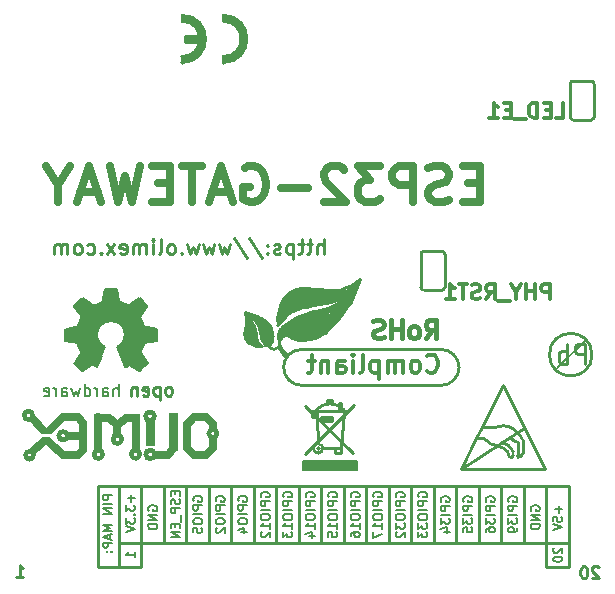
<source format=gbr>
%TF.GenerationSoftware,KiCad,Pcbnew,5.1.0-rc2-unknown-036be7d~80~ubuntu16.04.1*%
%TF.CreationDate,2024-05-15T09:47:00+03:00*%
%TF.ProjectId,ESP32-GATEWAY_Rev_H,45535033-322d-4474-9154-455741595f52,H*%
%TF.SameCoordinates,PX425f360PY7b4bf70*%
%TF.FileFunction,Legend,Bot*%
%TF.FilePolarity,Positive*%
%FSLAX46Y46*%
G04 Gerber Fmt 4.6, Leading zero omitted, Abs format (unit mm)*
G04 Created by KiCad (PCBNEW 5.1.0-rc2-unknown-036be7d~80~ubuntu16.04.1) date 2024-05-15 09:47:00*
%MOMM*%
%LPD*%
G04 APERTURE LIST*
%ADD10C,0.254000*%
%ADD11C,0.190500*%
%ADD12C,0.635000*%
%ADD13C,0.300000*%
%ADD14C,0.400000*%
%ADD15C,0.700000*%
%ADD16C,0.500000*%
%ADD17C,0.100000*%
%ADD18C,0.508000*%
%ADD19C,0.150000*%
%ADD20C,0.127000*%
%ADD21C,0.200000*%
%ADD22C,0.420000*%
%ADD23C,0.370000*%
%ADD24C,0.380000*%
%ADD25C,1.000000*%
%ADD26C,0.317500*%
%ADD27C,0.350000*%
%ADD28C,0.381000*%
%ADD29C,0.180000*%
G04 APERTURE END LIST*
D10*
X50177095Y3634620D02*
X50128714Y3683000D01*
X50031952Y3731381D01*
X49790047Y3731381D01*
X49693285Y3683000D01*
X49644904Y3634620D01*
X49596523Y3537858D01*
X49596523Y3441096D01*
X49644904Y3295953D01*
X50225476Y2715381D01*
X49596523Y2715381D01*
X48967571Y3731381D02*
X48870809Y3731381D01*
X48774047Y3683000D01*
X48725666Y3634620D01*
X48677285Y3537858D01*
X48628904Y3344334D01*
X48628904Y3102429D01*
X48677285Y2908905D01*
X48725666Y2812143D01*
X48774047Y2763762D01*
X48870809Y2715381D01*
X48967571Y2715381D01*
X49064333Y2763762D01*
X49112714Y2812143D01*
X49161095Y2908905D01*
X49209476Y3102429D01*
X49209476Y3344334D01*
X49161095Y3537858D01*
X49112714Y3634620D01*
X49064333Y3683000D01*
X48967571Y3731381D01*
X45720000Y3683000D02*
X45720000Y5715000D01*
X47625000Y5715000D02*
X47625000Y3683000D01*
X7747000Y10541000D02*
X7747000Y3683000D01*
X9525000Y3683000D02*
X9525000Y10541000D01*
X11430000Y5588000D02*
X11430000Y3683000D01*
X9525000Y3683000D02*
X11430000Y3683000D01*
D11*
X46391285Y5279572D02*
X46355000Y5243286D01*
X46318714Y5170715D01*
X46318714Y4989286D01*
X46355000Y4916715D01*
X46391285Y4880429D01*
X46463857Y4844143D01*
X46536428Y4844143D01*
X46645285Y4880429D01*
X47080714Y5315858D01*
X47080714Y4844143D01*
X46318714Y4372429D02*
X46318714Y4299858D01*
X46355000Y4227286D01*
X46391285Y4191000D01*
X46463857Y4154715D01*
X46609000Y4118429D01*
X46790428Y4118429D01*
X46935571Y4154715D01*
X47008142Y4191000D01*
X47044428Y4227286D01*
X47080714Y4299858D01*
X47080714Y4372429D01*
X47044428Y4445000D01*
X47008142Y4481286D01*
X46935571Y4517572D01*
X46790428Y4553858D01*
X46609000Y4553858D01*
X46463857Y4517572D01*
X46391285Y4481286D01*
X46355000Y4445000D01*
X46318714Y4372429D01*
D10*
X47625000Y3683000D02*
X45720000Y3683000D01*
X47625000Y10541000D02*
X47625000Y5715000D01*
X47625000Y10541000D02*
X7747000Y10541000D01*
X47625000Y5715000D02*
X9525000Y5715000D01*
X45720000Y10541000D02*
X45720000Y5715000D01*
X41910000Y10541000D02*
X41910000Y5715000D01*
X40005000Y10541000D02*
X40005000Y5715000D01*
X38100000Y10541000D02*
X38100000Y5715000D01*
X36195000Y10541000D02*
X36195000Y5715000D01*
X34290000Y10541000D02*
X34290000Y5715000D01*
X32385000Y10541000D02*
X32385000Y5715000D01*
X30480000Y10541000D02*
X30480000Y5715000D01*
X28575000Y10541000D02*
X28575000Y5715000D01*
X26670000Y10541000D02*
X26670000Y5715000D01*
X24765000Y10541000D02*
X24765000Y5715000D01*
X22860000Y10541000D02*
X22860000Y5715000D01*
X20955000Y10541000D02*
X20955000Y5715000D01*
X19050000Y10541000D02*
X19050000Y5715000D01*
X17145000Y10541000D02*
X17145000Y5715000D01*
X15240000Y10541000D02*
X15240000Y5715000D01*
X13335000Y10541000D02*
X13335000Y5715000D01*
X11430000Y10414000D02*
X11430000Y5715000D01*
X43815000Y10541000D02*
X43815000Y5715000D01*
X26893761Y30159477D02*
X26893761Y31429477D01*
X26349476Y30159477D02*
X26349476Y30824715D01*
X26409952Y30945667D01*
X26530904Y31006143D01*
X26712333Y31006143D01*
X26833285Y30945667D01*
X26893761Y30885191D01*
X25926142Y31006143D02*
X25442333Y31006143D01*
X25744714Y31429477D02*
X25744714Y30340905D01*
X25684238Y30219953D01*
X25563285Y30159477D01*
X25442333Y30159477D01*
X25200428Y31006143D02*
X24716619Y31006143D01*
X25019000Y31429477D02*
X25019000Y30340905D01*
X24958523Y30219953D01*
X24837571Y30159477D01*
X24716619Y30159477D01*
X24293285Y31006143D02*
X24293285Y29736143D01*
X24293285Y30945667D02*
X24172333Y31006143D01*
X23930428Y31006143D01*
X23809476Y30945667D01*
X23749000Y30885191D01*
X23688523Y30764239D01*
X23688523Y30401381D01*
X23749000Y30280429D01*
X23809476Y30219953D01*
X23930428Y30159477D01*
X24172333Y30159477D01*
X24293285Y30219953D01*
X23204714Y30219953D02*
X23083761Y30159477D01*
X22841857Y30159477D01*
X22720904Y30219953D01*
X22660428Y30340905D01*
X22660428Y30401381D01*
X22720904Y30522334D01*
X22841857Y30582810D01*
X23023285Y30582810D01*
X23144238Y30643286D01*
X23204714Y30764239D01*
X23204714Y30824715D01*
X23144238Y30945667D01*
X23023285Y31006143D01*
X22841857Y31006143D01*
X22720904Y30945667D01*
X22116142Y30280429D02*
X22055666Y30219953D01*
X22116142Y30159477D01*
X22176619Y30219953D01*
X22116142Y30280429D01*
X22116142Y30159477D01*
X22116142Y30945667D02*
X22055666Y30885191D01*
X22116142Y30824715D01*
X22176619Y30885191D01*
X22116142Y30945667D01*
X22116142Y30824715D01*
X20604238Y31489953D02*
X21692809Y29857096D01*
X19273761Y31489953D02*
X20362333Y29857096D01*
X18971380Y31006143D02*
X18729476Y30159477D01*
X18487571Y30764239D01*
X18245666Y30159477D01*
X18003761Y31006143D01*
X17640904Y31006143D02*
X17399000Y30159477D01*
X17157095Y30764239D01*
X16915190Y30159477D01*
X16673285Y31006143D01*
X16310428Y31006143D02*
X16068523Y30159477D01*
X15826619Y30764239D01*
X15584714Y30159477D01*
X15342809Y31006143D01*
X14859000Y30280429D02*
X14798523Y30219953D01*
X14859000Y30159477D01*
X14919476Y30219953D01*
X14859000Y30280429D01*
X14859000Y30159477D01*
X14072809Y30159477D02*
X14193761Y30219953D01*
X14254238Y30280429D01*
X14314714Y30401381D01*
X14314714Y30764239D01*
X14254238Y30885191D01*
X14193761Y30945667D01*
X14072809Y31006143D01*
X13891380Y31006143D01*
X13770428Y30945667D01*
X13709952Y30885191D01*
X13649476Y30764239D01*
X13649476Y30401381D01*
X13709952Y30280429D01*
X13770428Y30219953D01*
X13891380Y30159477D01*
X14072809Y30159477D01*
X12923761Y30159477D02*
X13044714Y30219953D01*
X13105190Y30340905D01*
X13105190Y31429477D01*
X12439952Y30159477D02*
X12439952Y31006143D01*
X12439952Y31429477D02*
X12500428Y31369000D01*
X12439952Y31308524D01*
X12379476Y31369000D01*
X12439952Y31429477D01*
X12439952Y31308524D01*
X11835190Y30159477D02*
X11835190Y31006143D01*
X11835190Y30885191D02*
X11774714Y30945667D01*
X11653761Y31006143D01*
X11472333Y31006143D01*
X11351380Y30945667D01*
X11290904Y30824715D01*
X11290904Y30159477D01*
X11290904Y30824715D02*
X11230428Y30945667D01*
X11109476Y31006143D01*
X10928047Y31006143D01*
X10807095Y30945667D01*
X10746619Y30824715D01*
X10746619Y30159477D01*
X9658047Y30219953D02*
X9779000Y30159477D01*
X10020904Y30159477D01*
X10141857Y30219953D01*
X10202333Y30340905D01*
X10202333Y30824715D01*
X10141857Y30945667D01*
X10020904Y31006143D01*
X9779000Y31006143D01*
X9658047Y30945667D01*
X9597571Y30824715D01*
X9597571Y30703762D01*
X10202333Y30582810D01*
X9174238Y30159477D02*
X8509000Y31006143D01*
X9174238Y31006143D02*
X8509000Y30159477D01*
X8025190Y30280429D02*
X7964714Y30219953D01*
X8025190Y30159477D01*
X8085666Y30219953D01*
X8025190Y30280429D01*
X8025190Y30159477D01*
X6876142Y30219953D02*
X6997095Y30159477D01*
X7239000Y30159477D01*
X7359952Y30219953D01*
X7420428Y30280429D01*
X7480904Y30401381D01*
X7480904Y30764239D01*
X7420428Y30885191D01*
X7359952Y30945667D01*
X7239000Y31006143D01*
X6997095Y31006143D01*
X6876142Y30945667D01*
X6150428Y30159477D02*
X6271380Y30219953D01*
X6331857Y30280429D01*
X6392333Y30401381D01*
X6392333Y30764239D01*
X6331857Y30885191D01*
X6271380Y30945667D01*
X6150428Y31006143D01*
X5969000Y31006143D01*
X5848047Y30945667D01*
X5787571Y30885191D01*
X5727095Y30764239D01*
X5727095Y30401381D01*
X5787571Y30280429D01*
X5848047Y30219953D01*
X5969000Y30159477D01*
X6150428Y30159477D01*
X5182809Y30159477D02*
X5182809Y31006143D01*
X5182809Y30885191D02*
X5122333Y30945667D01*
X5001380Y31006143D01*
X4819952Y31006143D01*
X4699000Y30945667D01*
X4638523Y30824715D01*
X4638523Y30159477D01*
X4638523Y30824715D02*
X4578047Y30945667D01*
X4457095Y31006143D01*
X4275666Y31006143D01*
X4154714Y30945667D01*
X4094238Y30824715D01*
X4094238Y30159477D01*
X852714Y2842381D02*
X1433285Y2842381D01*
X1143000Y2842381D02*
X1143000Y3858381D01*
X1239761Y3713239D01*
X1336523Y3616477D01*
X1433285Y3568096D01*
D12*
X40113857Y36158715D02*
X39097857Y36158715D01*
X38662428Y34562143D02*
X40113857Y34562143D01*
X40113857Y37610143D01*
X38662428Y37610143D01*
X37501285Y34707286D02*
X37065857Y34562143D01*
X36340142Y34562143D01*
X36049857Y34707286D01*
X35904714Y34852429D01*
X35759571Y35142715D01*
X35759571Y35433000D01*
X35904714Y35723286D01*
X36049857Y35868429D01*
X36340142Y36013572D01*
X36920714Y36158715D01*
X37211000Y36303858D01*
X37356142Y36449000D01*
X37501285Y36739286D01*
X37501285Y37029572D01*
X37356142Y37319858D01*
X37211000Y37465000D01*
X36920714Y37610143D01*
X36195000Y37610143D01*
X35759571Y37465000D01*
X34453285Y34562143D02*
X34453285Y37610143D01*
X33292142Y37610143D01*
X33001857Y37465000D01*
X32856714Y37319858D01*
X32711571Y37029572D01*
X32711571Y36594143D01*
X32856714Y36303858D01*
X33001857Y36158715D01*
X33292142Y36013572D01*
X34453285Y36013572D01*
X31695571Y37610143D02*
X29808714Y37610143D01*
X30824714Y36449000D01*
X30389285Y36449000D01*
X30099000Y36303858D01*
X29953857Y36158715D01*
X29808714Y35868429D01*
X29808714Y35142715D01*
X29953857Y34852429D01*
X30099000Y34707286D01*
X30389285Y34562143D01*
X31260142Y34562143D01*
X31550428Y34707286D01*
X31695571Y34852429D01*
X28647571Y37319858D02*
X28502428Y37465000D01*
X28212142Y37610143D01*
X27486428Y37610143D01*
X27196142Y37465000D01*
X27051000Y37319858D01*
X26905857Y37029572D01*
X26905857Y36739286D01*
X27051000Y36303858D01*
X28792714Y34562143D01*
X26905857Y34562143D01*
X25599571Y35723286D02*
X23277285Y35723286D01*
X20229285Y37465000D02*
X20519571Y37610143D01*
X20955000Y37610143D01*
X21390428Y37465000D01*
X21680714Y37174715D01*
X21825857Y36884429D01*
X21971000Y36303858D01*
X21971000Y35868429D01*
X21825857Y35287858D01*
X21680714Y34997572D01*
X21390428Y34707286D01*
X20955000Y34562143D01*
X20664714Y34562143D01*
X20229285Y34707286D01*
X20084142Y34852429D01*
X20084142Y35868429D01*
X20664714Y35868429D01*
X18923000Y35433000D02*
X17471571Y35433000D01*
X19213285Y34562143D02*
X18197285Y37610143D01*
X17181285Y34562143D01*
X16600714Y37610143D02*
X14859000Y37610143D01*
X15729857Y34562143D02*
X15729857Y37610143D01*
X13843000Y36158715D02*
X12827000Y36158715D01*
X12391571Y34562143D02*
X13843000Y34562143D01*
X13843000Y37610143D01*
X12391571Y37610143D01*
X11375571Y37610143D02*
X10649857Y34562143D01*
X10069285Y36739286D01*
X9488714Y34562143D01*
X8763000Y37610143D01*
X7747000Y35433000D02*
X6295571Y35433000D01*
X8037285Y34562143D02*
X7021285Y37610143D01*
X6005285Y34562143D01*
X4408714Y36013572D02*
X4408714Y34562143D01*
X5424714Y37610143D02*
X4408714Y36013572D01*
X3392714Y37610143D01*
D11*
X46790428Y8853715D02*
X46790428Y8273143D01*
X47080714Y8563429D02*
X46500142Y8563429D01*
X46318714Y7547429D02*
X46318714Y7910286D01*
X46681571Y7946572D01*
X46645285Y7910286D01*
X46609000Y7837715D01*
X46609000Y7656286D01*
X46645285Y7583715D01*
X46681571Y7547429D01*
X46754142Y7511143D01*
X46935571Y7511143D01*
X47008142Y7547429D01*
X47044428Y7583715D01*
X47080714Y7656286D01*
X47080714Y7837715D01*
X47044428Y7910286D01*
X47008142Y7946572D01*
X46318714Y7293429D02*
X47080714Y7039429D01*
X46318714Y6785429D01*
X42545000Y9216572D02*
X42508714Y9289143D01*
X42508714Y9398000D01*
X42545000Y9506858D01*
X42617571Y9579429D01*
X42690142Y9615715D01*
X42835285Y9652000D01*
X42944142Y9652000D01*
X43089285Y9615715D01*
X43161857Y9579429D01*
X43234428Y9506858D01*
X43270714Y9398000D01*
X43270714Y9325429D01*
X43234428Y9216572D01*
X43198142Y9180286D01*
X42944142Y9180286D01*
X42944142Y9325429D01*
X43270714Y8853715D02*
X42508714Y8853715D01*
X42508714Y8563429D01*
X42545000Y8490858D01*
X42581285Y8454572D01*
X42653857Y8418286D01*
X42762714Y8418286D01*
X42835285Y8454572D01*
X42871571Y8490858D01*
X42907857Y8563429D01*
X42907857Y8853715D01*
X43270714Y8091715D02*
X42508714Y8091715D01*
X42508714Y7801429D02*
X42508714Y7329715D01*
X42799000Y7583715D01*
X42799000Y7474858D01*
X42835285Y7402286D01*
X42871571Y7366000D01*
X42944142Y7329715D01*
X43125571Y7329715D01*
X43198142Y7366000D01*
X43234428Y7402286D01*
X43270714Y7474858D01*
X43270714Y7692572D01*
X43234428Y7765143D01*
X43198142Y7801429D01*
X43270714Y6966858D02*
X43270714Y6821715D01*
X43234428Y6749143D01*
X43198142Y6712858D01*
X43089285Y6640286D01*
X42944142Y6604000D01*
X42653857Y6604000D01*
X42581285Y6640286D01*
X42545000Y6676572D01*
X42508714Y6749143D01*
X42508714Y6894286D01*
X42545000Y6966858D01*
X42581285Y7003143D01*
X42653857Y7039429D01*
X42835285Y7039429D01*
X42907857Y7003143D01*
X42944142Y6966858D01*
X42980428Y6894286D01*
X42980428Y6749143D01*
X42944142Y6676572D01*
X42907857Y6640286D01*
X42835285Y6604000D01*
X44450000Y8454572D02*
X44413714Y8527143D01*
X44413714Y8636000D01*
X44450000Y8744858D01*
X44522571Y8817429D01*
X44595142Y8853715D01*
X44740285Y8890000D01*
X44849142Y8890000D01*
X44994285Y8853715D01*
X45066857Y8817429D01*
X45139428Y8744858D01*
X45175714Y8636000D01*
X45175714Y8563429D01*
X45139428Y8454572D01*
X45103142Y8418286D01*
X44849142Y8418286D01*
X44849142Y8563429D01*
X45175714Y8091715D02*
X44413714Y8091715D01*
X45175714Y7656286D01*
X44413714Y7656286D01*
X45175714Y7293429D02*
X44413714Y7293429D01*
X44413714Y7112000D01*
X44450000Y7003143D01*
X44522571Y6930572D01*
X44595142Y6894286D01*
X44740285Y6858000D01*
X44849142Y6858000D01*
X44994285Y6894286D01*
X45066857Y6930572D01*
X45139428Y7003143D01*
X45175714Y7112000D01*
X45175714Y7293429D01*
X40640000Y9216572D02*
X40603714Y9289143D01*
X40603714Y9398000D01*
X40640000Y9506858D01*
X40712571Y9579429D01*
X40785142Y9615715D01*
X40930285Y9652000D01*
X41039142Y9652000D01*
X41184285Y9615715D01*
X41256857Y9579429D01*
X41329428Y9506858D01*
X41365714Y9398000D01*
X41365714Y9325429D01*
X41329428Y9216572D01*
X41293142Y9180286D01*
X41039142Y9180286D01*
X41039142Y9325429D01*
X41365714Y8853715D02*
X40603714Y8853715D01*
X40603714Y8563429D01*
X40640000Y8490858D01*
X40676285Y8454572D01*
X40748857Y8418286D01*
X40857714Y8418286D01*
X40930285Y8454572D01*
X40966571Y8490858D01*
X41002857Y8563429D01*
X41002857Y8853715D01*
X41365714Y8091715D02*
X40603714Y8091715D01*
X40603714Y7801429D02*
X40603714Y7329715D01*
X40894000Y7583715D01*
X40894000Y7474858D01*
X40930285Y7402286D01*
X40966571Y7366000D01*
X41039142Y7329715D01*
X41220571Y7329715D01*
X41293142Y7366000D01*
X41329428Y7402286D01*
X41365714Y7474858D01*
X41365714Y7692572D01*
X41329428Y7765143D01*
X41293142Y7801429D01*
X40603714Y6676572D02*
X40603714Y6821715D01*
X40640000Y6894286D01*
X40676285Y6930572D01*
X40785142Y7003143D01*
X40930285Y7039429D01*
X41220571Y7039429D01*
X41293142Y7003143D01*
X41329428Y6966858D01*
X41365714Y6894286D01*
X41365714Y6749143D01*
X41329428Y6676572D01*
X41293142Y6640286D01*
X41220571Y6604000D01*
X41039142Y6604000D01*
X40966571Y6640286D01*
X40930285Y6676572D01*
X40894000Y6749143D01*
X40894000Y6894286D01*
X40930285Y6966858D01*
X40966571Y7003143D01*
X41039142Y7039429D01*
X38735000Y9216572D02*
X38698714Y9289143D01*
X38698714Y9398000D01*
X38735000Y9506858D01*
X38807571Y9579429D01*
X38880142Y9615715D01*
X39025285Y9652000D01*
X39134142Y9652000D01*
X39279285Y9615715D01*
X39351857Y9579429D01*
X39424428Y9506858D01*
X39460714Y9398000D01*
X39460714Y9325429D01*
X39424428Y9216572D01*
X39388142Y9180286D01*
X39134142Y9180286D01*
X39134142Y9325429D01*
X39460714Y8853715D02*
X38698714Y8853715D01*
X38698714Y8563429D01*
X38735000Y8490858D01*
X38771285Y8454572D01*
X38843857Y8418286D01*
X38952714Y8418286D01*
X39025285Y8454572D01*
X39061571Y8490858D01*
X39097857Y8563429D01*
X39097857Y8853715D01*
X39460714Y8091715D02*
X38698714Y8091715D01*
X38698714Y7801429D02*
X38698714Y7329715D01*
X38989000Y7583715D01*
X38989000Y7474858D01*
X39025285Y7402286D01*
X39061571Y7366000D01*
X39134142Y7329715D01*
X39315571Y7329715D01*
X39388142Y7366000D01*
X39424428Y7402286D01*
X39460714Y7474858D01*
X39460714Y7692572D01*
X39424428Y7765143D01*
X39388142Y7801429D01*
X38698714Y6640286D02*
X38698714Y7003143D01*
X39061571Y7039429D01*
X39025285Y7003143D01*
X38989000Y6930572D01*
X38989000Y6749143D01*
X39025285Y6676572D01*
X39061571Y6640286D01*
X39134142Y6604000D01*
X39315571Y6604000D01*
X39388142Y6640286D01*
X39424428Y6676572D01*
X39460714Y6749143D01*
X39460714Y6930572D01*
X39424428Y7003143D01*
X39388142Y7039429D01*
X36830000Y9216572D02*
X36793714Y9289143D01*
X36793714Y9398000D01*
X36830000Y9506858D01*
X36902571Y9579429D01*
X36975142Y9615715D01*
X37120285Y9652000D01*
X37229142Y9652000D01*
X37374285Y9615715D01*
X37446857Y9579429D01*
X37519428Y9506858D01*
X37555714Y9398000D01*
X37555714Y9325429D01*
X37519428Y9216572D01*
X37483142Y9180286D01*
X37229142Y9180286D01*
X37229142Y9325429D01*
X37555714Y8853715D02*
X36793714Y8853715D01*
X36793714Y8563429D01*
X36830000Y8490858D01*
X36866285Y8454572D01*
X36938857Y8418286D01*
X37047714Y8418286D01*
X37120285Y8454572D01*
X37156571Y8490858D01*
X37192857Y8563429D01*
X37192857Y8853715D01*
X37555714Y8091715D02*
X36793714Y8091715D01*
X36793714Y7801429D02*
X36793714Y7329715D01*
X37084000Y7583715D01*
X37084000Y7474858D01*
X37120285Y7402286D01*
X37156571Y7366000D01*
X37229142Y7329715D01*
X37410571Y7329715D01*
X37483142Y7366000D01*
X37519428Y7402286D01*
X37555714Y7474858D01*
X37555714Y7692572D01*
X37519428Y7765143D01*
X37483142Y7801429D01*
X37047714Y6676572D02*
X37555714Y6676572D01*
X36757428Y6858000D02*
X37301714Y7039429D01*
X37301714Y6567715D01*
X34925000Y9615715D02*
X34888714Y9688286D01*
X34888714Y9797143D01*
X34925000Y9906000D01*
X34997571Y9978572D01*
X35070142Y10014858D01*
X35215285Y10051143D01*
X35324142Y10051143D01*
X35469285Y10014858D01*
X35541857Y9978572D01*
X35614428Y9906000D01*
X35650714Y9797143D01*
X35650714Y9724572D01*
X35614428Y9615715D01*
X35578142Y9579429D01*
X35324142Y9579429D01*
X35324142Y9724572D01*
X35650714Y9252858D02*
X34888714Y9252858D01*
X34888714Y8962572D01*
X34925000Y8890000D01*
X34961285Y8853715D01*
X35033857Y8817429D01*
X35142714Y8817429D01*
X35215285Y8853715D01*
X35251571Y8890000D01*
X35287857Y8962572D01*
X35287857Y9252858D01*
X35650714Y8490858D02*
X34888714Y8490858D01*
X34888714Y7982858D02*
X34888714Y7837715D01*
X34925000Y7765143D01*
X34997571Y7692572D01*
X35142714Y7656286D01*
X35396714Y7656286D01*
X35541857Y7692572D01*
X35614428Y7765143D01*
X35650714Y7837715D01*
X35650714Y7982858D01*
X35614428Y8055429D01*
X35541857Y8128000D01*
X35396714Y8164286D01*
X35142714Y8164286D01*
X34997571Y8128000D01*
X34925000Y8055429D01*
X34888714Y7982858D01*
X34888714Y7402286D02*
X34888714Y6930572D01*
X35179000Y7184572D01*
X35179000Y7075715D01*
X35215285Y7003143D01*
X35251571Y6966858D01*
X35324142Y6930572D01*
X35505571Y6930572D01*
X35578142Y6966858D01*
X35614428Y7003143D01*
X35650714Y7075715D01*
X35650714Y7293429D01*
X35614428Y7366000D01*
X35578142Y7402286D01*
X34888714Y6676572D02*
X34888714Y6204858D01*
X35179000Y6458858D01*
X35179000Y6350000D01*
X35215285Y6277429D01*
X35251571Y6241143D01*
X35324142Y6204858D01*
X35505571Y6204858D01*
X35578142Y6241143D01*
X35614428Y6277429D01*
X35650714Y6350000D01*
X35650714Y6567715D01*
X35614428Y6640286D01*
X35578142Y6676572D01*
X33020000Y9615715D02*
X32983714Y9688286D01*
X32983714Y9797143D01*
X33020000Y9906000D01*
X33092571Y9978572D01*
X33165142Y10014858D01*
X33310285Y10051143D01*
X33419142Y10051143D01*
X33564285Y10014858D01*
X33636857Y9978572D01*
X33709428Y9906000D01*
X33745714Y9797143D01*
X33745714Y9724572D01*
X33709428Y9615715D01*
X33673142Y9579429D01*
X33419142Y9579429D01*
X33419142Y9724572D01*
X33745714Y9252858D02*
X32983714Y9252858D01*
X32983714Y8962572D01*
X33020000Y8890000D01*
X33056285Y8853715D01*
X33128857Y8817429D01*
X33237714Y8817429D01*
X33310285Y8853715D01*
X33346571Y8890000D01*
X33382857Y8962572D01*
X33382857Y9252858D01*
X33745714Y8490858D02*
X32983714Y8490858D01*
X32983714Y7982858D02*
X32983714Y7837715D01*
X33020000Y7765143D01*
X33092571Y7692572D01*
X33237714Y7656286D01*
X33491714Y7656286D01*
X33636857Y7692572D01*
X33709428Y7765143D01*
X33745714Y7837715D01*
X33745714Y7982858D01*
X33709428Y8055429D01*
X33636857Y8128000D01*
X33491714Y8164286D01*
X33237714Y8164286D01*
X33092571Y8128000D01*
X33020000Y8055429D01*
X32983714Y7982858D01*
X32983714Y7402286D02*
X32983714Y6930572D01*
X33274000Y7184572D01*
X33274000Y7075715D01*
X33310285Y7003143D01*
X33346571Y6966858D01*
X33419142Y6930572D01*
X33600571Y6930572D01*
X33673142Y6966858D01*
X33709428Y7003143D01*
X33745714Y7075715D01*
X33745714Y7293429D01*
X33709428Y7366000D01*
X33673142Y7402286D01*
X33056285Y6640286D02*
X33020000Y6604000D01*
X32983714Y6531429D01*
X32983714Y6350000D01*
X33020000Y6277429D01*
X33056285Y6241143D01*
X33128857Y6204858D01*
X33201428Y6204858D01*
X33310285Y6241143D01*
X33745714Y6676572D01*
X33745714Y6204858D01*
D10*
X7747000Y3683000D02*
X9525000Y3683000D01*
D11*
X8980714Y9760858D02*
X8218714Y9760858D01*
X8218714Y9470572D01*
X8255000Y9398000D01*
X8291285Y9361715D01*
X8363857Y9325429D01*
X8472714Y9325429D01*
X8545285Y9361715D01*
X8581571Y9398000D01*
X8617857Y9470572D01*
X8617857Y9760858D01*
X8980714Y8998858D02*
X8218714Y8998858D01*
X8980714Y8636000D02*
X8218714Y8636000D01*
X8980714Y8200572D01*
X8218714Y8200572D01*
X8980714Y7257143D02*
X8218714Y7257143D01*
X8763000Y7003143D01*
X8218714Y6749143D01*
X8980714Y6749143D01*
X8763000Y6422572D02*
X8763000Y6059715D01*
X8980714Y6495143D02*
X8218714Y6241143D01*
X8980714Y5987143D01*
X8980714Y5733143D02*
X8218714Y5733143D01*
X8218714Y5442858D01*
X8255000Y5370286D01*
X8291285Y5334000D01*
X8363857Y5297715D01*
X8472714Y5297715D01*
X8545285Y5334000D01*
X8581571Y5370286D01*
X8617857Y5442858D01*
X8617857Y5733143D01*
X8908142Y4971143D02*
X8944428Y4934858D01*
X8980714Y4971143D01*
X8944428Y5007429D01*
X8908142Y4971143D01*
X8980714Y4971143D01*
X8509000Y4971143D02*
X8545285Y4934858D01*
X8581571Y4971143D01*
X8545285Y5007429D01*
X8509000Y4971143D01*
X8581571Y4971143D01*
X31115000Y9615715D02*
X31078714Y9688286D01*
X31078714Y9797143D01*
X31115000Y9906000D01*
X31187571Y9978572D01*
X31260142Y10014858D01*
X31405285Y10051143D01*
X31514142Y10051143D01*
X31659285Y10014858D01*
X31731857Y9978572D01*
X31804428Y9906000D01*
X31840714Y9797143D01*
X31840714Y9724572D01*
X31804428Y9615715D01*
X31768142Y9579429D01*
X31514142Y9579429D01*
X31514142Y9724572D01*
X31840714Y9252858D02*
X31078714Y9252858D01*
X31078714Y8962572D01*
X31115000Y8890000D01*
X31151285Y8853715D01*
X31223857Y8817429D01*
X31332714Y8817429D01*
X31405285Y8853715D01*
X31441571Y8890000D01*
X31477857Y8962572D01*
X31477857Y9252858D01*
X31840714Y8490858D02*
X31078714Y8490858D01*
X31078714Y7982858D02*
X31078714Y7837715D01*
X31115000Y7765143D01*
X31187571Y7692572D01*
X31332714Y7656286D01*
X31586714Y7656286D01*
X31731857Y7692572D01*
X31804428Y7765143D01*
X31840714Y7837715D01*
X31840714Y7982858D01*
X31804428Y8055429D01*
X31731857Y8128000D01*
X31586714Y8164286D01*
X31332714Y8164286D01*
X31187571Y8128000D01*
X31115000Y8055429D01*
X31078714Y7982858D01*
X31840714Y6930572D02*
X31840714Y7366000D01*
X31840714Y7148286D02*
X31078714Y7148286D01*
X31187571Y7220858D01*
X31260142Y7293429D01*
X31296428Y7366000D01*
X31078714Y6676572D02*
X31078714Y6168572D01*
X31840714Y6495143D01*
X29210000Y9615715D02*
X29173714Y9688286D01*
X29173714Y9797143D01*
X29210000Y9906000D01*
X29282571Y9978572D01*
X29355142Y10014858D01*
X29500285Y10051143D01*
X29609142Y10051143D01*
X29754285Y10014858D01*
X29826857Y9978572D01*
X29899428Y9906000D01*
X29935714Y9797143D01*
X29935714Y9724572D01*
X29899428Y9615715D01*
X29863142Y9579429D01*
X29609142Y9579429D01*
X29609142Y9724572D01*
X29935714Y9252858D02*
X29173714Y9252858D01*
X29173714Y8962572D01*
X29210000Y8890000D01*
X29246285Y8853715D01*
X29318857Y8817429D01*
X29427714Y8817429D01*
X29500285Y8853715D01*
X29536571Y8890000D01*
X29572857Y8962572D01*
X29572857Y9252858D01*
X29935714Y8490858D02*
X29173714Y8490858D01*
X29173714Y7982858D02*
X29173714Y7837715D01*
X29210000Y7765143D01*
X29282571Y7692572D01*
X29427714Y7656286D01*
X29681714Y7656286D01*
X29826857Y7692572D01*
X29899428Y7765143D01*
X29935714Y7837715D01*
X29935714Y7982858D01*
X29899428Y8055429D01*
X29826857Y8128000D01*
X29681714Y8164286D01*
X29427714Y8164286D01*
X29282571Y8128000D01*
X29210000Y8055429D01*
X29173714Y7982858D01*
X29935714Y6930572D02*
X29935714Y7366000D01*
X29935714Y7148286D02*
X29173714Y7148286D01*
X29282571Y7220858D01*
X29355142Y7293429D01*
X29391428Y7366000D01*
X29173714Y6277429D02*
X29173714Y6422572D01*
X29210000Y6495143D01*
X29246285Y6531429D01*
X29355142Y6604000D01*
X29500285Y6640286D01*
X29790571Y6640286D01*
X29863142Y6604000D01*
X29899428Y6567715D01*
X29935714Y6495143D01*
X29935714Y6350000D01*
X29899428Y6277429D01*
X29863142Y6241143D01*
X29790571Y6204858D01*
X29609142Y6204858D01*
X29536571Y6241143D01*
X29500285Y6277429D01*
X29464000Y6350000D01*
X29464000Y6495143D01*
X29500285Y6567715D01*
X29536571Y6604000D01*
X29609142Y6640286D01*
X27305000Y9615715D02*
X27268714Y9688286D01*
X27268714Y9797143D01*
X27305000Y9906000D01*
X27377571Y9978572D01*
X27450142Y10014858D01*
X27595285Y10051143D01*
X27704142Y10051143D01*
X27849285Y10014858D01*
X27921857Y9978572D01*
X27994428Y9906000D01*
X28030714Y9797143D01*
X28030714Y9724572D01*
X27994428Y9615715D01*
X27958142Y9579429D01*
X27704142Y9579429D01*
X27704142Y9724572D01*
X28030714Y9252858D02*
X27268714Y9252858D01*
X27268714Y8962572D01*
X27305000Y8890000D01*
X27341285Y8853715D01*
X27413857Y8817429D01*
X27522714Y8817429D01*
X27595285Y8853715D01*
X27631571Y8890000D01*
X27667857Y8962572D01*
X27667857Y9252858D01*
X28030714Y8490858D02*
X27268714Y8490858D01*
X27268714Y7982858D02*
X27268714Y7837715D01*
X27305000Y7765143D01*
X27377571Y7692572D01*
X27522714Y7656286D01*
X27776714Y7656286D01*
X27921857Y7692572D01*
X27994428Y7765143D01*
X28030714Y7837715D01*
X28030714Y7982858D01*
X27994428Y8055429D01*
X27921857Y8128000D01*
X27776714Y8164286D01*
X27522714Y8164286D01*
X27377571Y8128000D01*
X27305000Y8055429D01*
X27268714Y7982858D01*
X28030714Y6930572D02*
X28030714Y7366000D01*
X28030714Y7148286D02*
X27268714Y7148286D01*
X27377571Y7220858D01*
X27450142Y7293429D01*
X27486428Y7366000D01*
X27268714Y6241143D02*
X27268714Y6604000D01*
X27631571Y6640286D01*
X27595285Y6604000D01*
X27559000Y6531429D01*
X27559000Y6350000D01*
X27595285Y6277429D01*
X27631571Y6241143D01*
X27704142Y6204858D01*
X27885571Y6204858D01*
X27958142Y6241143D01*
X27994428Y6277429D01*
X28030714Y6350000D01*
X28030714Y6531429D01*
X27994428Y6604000D01*
X27958142Y6640286D01*
X25400000Y9615715D02*
X25363714Y9688286D01*
X25363714Y9797143D01*
X25400000Y9906000D01*
X25472571Y9978572D01*
X25545142Y10014858D01*
X25690285Y10051143D01*
X25799142Y10051143D01*
X25944285Y10014858D01*
X26016857Y9978572D01*
X26089428Y9906000D01*
X26125714Y9797143D01*
X26125714Y9724572D01*
X26089428Y9615715D01*
X26053142Y9579429D01*
X25799142Y9579429D01*
X25799142Y9724572D01*
X26125714Y9252858D02*
X25363714Y9252858D01*
X25363714Y8962572D01*
X25400000Y8890000D01*
X25436285Y8853715D01*
X25508857Y8817429D01*
X25617714Y8817429D01*
X25690285Y8853715D01*
X25726571Y8890000D01*
X25762857Y8962572D01*
X25762857Y9252858D01*
X26125714Y8490858D02*
X25363714Y8490858D01*
X25363714Y7982858D02*
X25363714Y7837715D01*
X25400000Y7765143D01*
X25472571Y7692572D01*
X25617714Y7656286D01*
X25871714Y7656286D01*
X26016857Y7692572D01*
X26089428Y7765143D01*
X26125714Y7837715D01*
X26125714Y7982858D01*
X26089428Y8055429D01*
X26016857Y8128000D01*
X25871714Y8164286D01*
X25617714Y8164286D01*
X25472571Y8128000D01*
X25400000Y8055429D01*
X25363714Y7982858D01*
X26125714Y6930572D02*
X26125714Y7366000D01*
X26125714Y7148286D02*
X25363714Y7148286D01*
X25472571Y7220858D01*
X25545142Y7293429D01*
X25581428Y7366000D01*
X25617714Y6277429D02*
X26125714Y6277429D01*
X25327428Y6458858D02*
X25871714Y6640286D01*
X25871714Y6168572D01*
X23495000Y9615715D02*
X23458714Y9688286D01*
X23458714Y9797143D01*
X23495000Y9906000D01*
X23567571Y9978572D01*
X23640142Y10014858D01*
X23785285Y10051143D01*
X23894142Y10051143D01*
X24039285Y10014858D01*
X24111857Y9978572D01*
X24184428Y9906000D01*
X24220714Y9797143D01*
X24220714Y9724572D01*
X24184428Y9615715D01*
X24148142Y9579429D01*
X23894142Y9579429D01*
X23894142Y9724572D01*
X24220714Y9252858D02*
X23458714Y9252858D01*
X23458714Y8962572D01*
X23495000Y8890000D01*
X23531285Y8853715D01*
X23603857Y8817429D01*
X23712714Y8817429D01*
X23785285Y8853715D01*
X23821571Y8890000D01*
X23857857Y8962572D01*
X23857857Y9252858D01*
X24220714Y8490858D02*
X23458714Y8490858D01*
X23458714Y7982858D02*
X23458714Y7837715D01*
X23495000Y7765143D01*
X23567571Y7692572D01*
X23712714Y7656286D01*
X23966714Y7656286D01*
X24111857Y7692572D01*
X24184428Y7765143D01*
X24220714Y7837715D01*
X24220714Y7982858D01*
X24184428Y8055429D01*
X24111857Y8128000D01*
X23966714Y8164286D01*
X23712714Y8164286D01*
X23567571Y8128000D01*
X23495000Y8055429D01*
X23458714Y7982858D01*
X24220714Y6930572D02*
X24220714Y7366000D01*
X24220714Y7148286D02*
X23458714Y7148286D01*
X23567571Y7220858D01*
X23640142Y7293429D01*
X23676428Y7366000D01*
X23458714Y6676572D02*
X23458714Y6204858D01*
X23749000Y6458858D01*
X23749000Y6350000D01*
X23785285Y6277429D01*
X23821571Y6241143D01*
X23894142Y6204858D01*
X24075571Y6204858D01*
X24148142Y6241143D01*
X24184428Y6277429D01*
X24220714Y6350000D01*
X24220714Y6567715D01*
X24184428Y6640286D01*
X24148142Y6676572D01*
X21590000Y9615715D02*
X21553714Y9688286D01*
X21553714Y9797143D01*
X21590000Y9906000D01*
X21662571Y9978572D01*
X21735142Y10014858D01*
X21880285Y10051143D01*
X21989142Y10051143D01*
X22134285Y10014858D01*
X22206857Y9978572D01*
X22279428Y9906000D01*
X22315714Y9797143D01*
X22315714Y9724572D01*
X22279428Y9615715D01*
X22243142Y9579429D01*
X21989142Y9579429D01*
X21989142Y9724572D01*
X22315714Y9252858D02*
X21553714Y9252858D01*
X21553714Y8962572D01*
X21590000Y8890000D01*
X21626285Y8853715D01*
X21698857Y8817429D01*
X21807714Y8817429D01*
X21880285Y8853715D01*
X21916571Y8890000D01*
X21952857Y8962572D01*
X21952857Y9252858D01*
X22315714Y8490858D02*
X21553714Y8490858D01*
X21553714Y7982858D02*
X21553714Y7837715D01*
X21590000Y7765143D01*
X21662571Y7692572D01*
X21807714Y7656286D01*
X22061714Y7656286D01*
X22206857Y7692572D01*
X22279428Y7765143D01*
X22315714Y7837715D01*
X22315714Y7982858D01*
X22279428Y8055429D01*
X22206857Y8128000D01*
X22061714Y8164286D01*
X21807714Y8164286D01*
X21662571Y8128000D01*
X21590000Y8055429D01*
X21553714Y7982858D01*
X22315714Y6930572D02*
X22315714Y7366000D01*
X22315714Y7148286D02*
X21553714Y7148286D01*
X21662571Y7220858D01*
X21735142Y7293429D01*
X21771428Y7366000D01*
X21626285Y6640286D02*
X21590000Y6604000D01*
X21553714Y6531429D01*
X21553714Y6350000D01*
X21590000Y6277429D01*
X21626285Y6241143D01*
X21698857Y6204858D01*
X21771428Y6204858D01*
X21880285Y6241143D01*
X22315714Y6676572D01*
X22315714Y6204858D01*
X19685000Y9252858D02*
X19648714Y9325429D01*
X19648714Y9434286D01*
X19685000Y9543143D01*
X19757571Y9615715D01*
X19830142Y9652000D01*
X19975285Y9688286D01*
X20084142Y9688286D01*
X20229285Y9652000D01*
X20301857Y9615715D01*
X20374428Y9543143D01*
X20410714Y9434286D01*
X20410714Y9361715D01*
X20374428Y9252858D01*
X20338142Y9216572D01*
X20084142Y9216572D01*
X20084142Y9361715D01*
X20410714Y8890000D02*
X19648714Y8890000D01*
X19648714Y8599715D01*
X19685000Y8527143D01*
X19721285Y8490858D01*
X19793857Y8454572D01*
X19902714Y8454572D01*
X19975285Y8490858D01*
X20011571Y8527143D01*
X20047857Y8599715D01*
X20047857Y8890000D01*
X20410714Y8128000D02*
X19648714Y8128000D01*
X19648714Y7620000D02*
X19648714Y7474858D01*
X19685000Y7402286D01*
X19757571Y7329715D01*
X19902714Y7293429D01*
X20156714Y7293429D01*
X20301857Y7329715D01*
X20374428Y7402286D01*
X20410714Y7474858D01*
X20410714Y7620000D01*
X20374428Y7692572D01*
X20301857Y7765143D01*
X20156714Y7801429D01*
X19902714Y7801429D01*
X19757571Y7765143D01*
X19685000Y7692572D01*
X19648714Y7620000D01*
X19902714Y6640286D02*
X20410714Y6640286D01*
X19612428Y6821715D02*
X20156714Y7003143D01*
X20156714Y6531429D01*
X17780000Y9252858D02*
X17743714Y9325429D01*
X17743714Y9434286D01*
X17780000Y9543143D01*
X17852571Y9615715D01*
X17925142Y9652000D01*
X18070285Y9688286D01*
X18179142Y9688286D01*
X18324285Y9652000D01*
X18396857Y9615715D01*
X18469428Y9543143D01*
X18505714Y9434286D01*
X18505714Y9361715D01*
X18469428Y9252858D01*
X18433142Y9216572D01*
X18179142Y9216572D01*
X18179142Y9361715D01*
X18505714Y8890000D02*
X17743714Y8890000D01*
X17743714Y8599715D01*
X17780000Y8527143D01*
X17816285Y8490858D01*
X17888857Y8454572D01*
X17997714Y8454572D01*
X18070285Y8490858D01*
X18106571Y8527143D01*
X18142857Y8599715D01*
X18142857Y8890000D01*
X18505714Y8128000D02*
X17743714Y8128000D01*
X17743714Y7620000D02*
X17743714Y7474858D01*
X17780000Y7402286D01*
X17852571Y7329715D01*
X17997714Y7293429D01*
X18251714Y7293429D01*
X18396857Y7329715D01*
X18469428Y7402286D01*
X18505714Y7474858D01*
X18505714Y7620000D01*
X18469428Y7692572D01*
X18396857Y7765143D01*
X18251714Y7801429D01*
X17997714Y7801429D01*
X17852571Y7765143D01*
X17780000Y7692572D01*
X17743714Y7620000D01*
X17816285Y7003143D02*
X17780000Y6966858D01*
X17743714Y6894286D01*
X17743714Y6712858D01*
X17780000Y6640286D01*
X17816285Y6604000D01*
X17888857Y6567715D01*
X17961428Y6567715D01*
X18070285Y6604000D01*
X18505714Y7039429D01*
X18505714Y6567715D01*
X15875000Y9252858D02*
X15838714Y9325429D01*
X15838714Y9434286D01*
X15875000Y9543143D01*
X15947571Y9615715D01*
X16020142Y9652000D01*
X16165285Y9688286D01*
X16274142Y9688286D01*
X16419285Y9652000D01*
X16491857Y9615715D01*
X16564428Y9543143D01*
X16600714Y9434286D01*
X16600714Y9361715D01*
X16564428Y9252858D01*
X16528142Y9216572D01*
X16274142Y9216572D01*
X16274142Y9361715D01*
X16600714Y8890000D02*
X15838714Y8890000D01*
X15838714Y8599715D01*
X15875000Y8527143D01*
X15911285Y8490858D01*
X15983857Y8454572D01*
X16092714Y8454572D01*
X16165285Y8490858D01*
X16201571Y8527143D01*
X16237857Y8599715D01*
X16237857Y8890000D01*
X16600714Y8128000D02*
X15838714Y8128000D01*
X15838714Y7620000D02*
X15838714Y7474858D01*
X15875000Y7402286D01*
X15947571Y7329715D01*
X16092714Y7293429D01*
X16346714Y7293429D01*
X16491857Y7329715D01*
X16564428Y7402286D01*
X16600714Y7474858D01*
X16600714Y7620000D01*
X16564428Y7692572D01*
X16491857Y7765143D01*
X16346714Y7801429D01*
X16092714Y7801429D01*
X15947571Y7765143D01*
X15875000Y7692572D01*
X15838714Y7620000D01*
X15838714Y6604000D02*
X15838714Y6966858D01*
X16201571Y7003143D01*
X16165285Y6966858D01*
X16129000Y6894286D01*
X16129000Y6712858D01*
X16165285Y6640286D01*
X16201571Y6604000D01*
X16274142Y6567715D01*
X16455571Y6567715D01*
X16528142Y6604000D01*
X16564428Y6640286D01*
X16600714Y6712858D01*
X16600714Y6894286D01*
X16564428Y6966858D01*
X16528142Y7003143D01*
X14296571Y10069286D02*
X14296571Y9815286D01*
X14695714Y9706429D02*
X14695714Y10069286D01*
X13933714Y10069286D01*
X13933714Y9706429D01*
X14659428Y9416143D02*
X14695714Y9307286D01*
X14695714Y9125858D01*
X14659428Y9053286D01*
X14623142Y9017000D01*
X14550571Y8980715D01*
X14478000Y8980715D01*
X14405428Y9017000D01*
X14369142Y9053286D01*
X14332857Y9125858D01*
X14296571Y9271000D01*
X14260285Y9343572D01*
X14224000Y9379858D01*
X14151428Y9416143D01*
X14078857Y9416143D01*
X14006285Y9379858D01*
X13970000Y9343572D01*
X13933714Y9271000D01*
X13933714Y9089572D01*
X13970000Y8980715D01*
X14695714Y8654143D02*
X13933714Y8654143D01*
X13933714Y8363858D01*
X13970000Y8291286D01*
X14006285Y8255000D01*
X14078857Y8218715D01*
X14187714Y8218715D01*
X14260285Y8255000D01*
X14296571Y8291286D01*
X14332857Y8363858D01*
X14332857Y8654143D01*
X14768285Y8073572D02*
X14768285Y7493000D01*
X14296571Y7311572D02*
X14296571Y7057572D01*
X14695714Y6948715D02*
X14695714Y7311572D01*
X13933714Y7311572D01*
X13933714Y6948715D01*
X14695714Y6622143D02*
X13933714Y6622143D01*
X14695714Y6186715D01*
X13933714Y6186715D01*
X10885714Y4481286D02*
X10885714Y4916715D01*
X10885714Y4699000D02*
X10123714Y4699000D01*
X10232571Y4771572D01*
X10305142Y4844143D01*
X10341428Y4916715D01*
X12065000Y8454572D02*
X12028714Y8527143D01*
X12028714Y8636000D01*
X12065000Y8744858D01*
X12137571Y8817429D01*
X12210142Y8853715D01*
X12355285Y8890000D01*
X12464142Y8890000D01*
X12609285Y8853715D01*
X12681857Y8817429D01*
X12754428Y8744858D01*
X12790714Y8636000D01*
X12790714Y8563429D01*
X12754428Y8454572D01*
X12718142Y8418286D01*
X12464142Y8418286D01*
X12464142Y8563429D01*
X12790714Y8091715D02*
X12028714Y8091715D01*
X12790714Y7656286D01*
X12028714Y7656286D01*
X12790714Y7293429D02*
X12028714Y7293429D01*
X12028714Y7112000D01*
X12065000Y7003143D01*
X12137571Y6930572D01*
X12210142Y6894286D01*
X12355285Y6858000D01*
X12464142Y6858000D01*
X12609285Y6894286D01*
X12681857Y6930572D01*
X12754428Y7003143D01*
X12790714Y7112000D01*
X12790714Y7293429D01*
X10595428Y9779000D02*
X10595428Y9198429D01*
X10885714Y9488715D02*
X10305142Y9488715D01*
X10123714Y8908143D02*
X10123714Y8436429D01*
X10414000Y8690429D01*
X10414000Y8581572D01*
X10450285Y8509000D01*
X10486571Y8472715D01*
X10559142Y8436429D01*
X10740571Y8436429D01*
X10813142Y8472715D01*
X10849428Y8509000D01*
X10885714Y8581572D01*
X10885714Y8799286D01*
X10849428Y8871858D01*
X10813142Y8908143D01*
X10813142Y8109858D02*
X10849428Y8073572D01*
X10885714Y8109858D01*
X10849428Y8146143D01*
X10813142Y8109858D01*
X10885714Y8109858D01*
X10123714Y7819572D02*
X10123714Y7347858D01*
X10414000Y7601858D01*
X10414000Y7493000D01*
X10450285Y7420429D01*
X10486571Y7384143D01*
X10559142Y7347858D01*
X10740571Y7347858D01*
X10813142Y7384143D01*
X10849428Y7420429D01*
X10885714Y7493000D01*
X10885714Y7710715D01*
X10849428Y7783286D01*
X10813142Y7819572D01*
X10123714Y7130143D02*
X10885714Y6876143D01*
X10123714Y6622143D01*
D10*
X14887000Y46387000D02*
G75*
G03X14887000Y50387000I0J2000000D01*
G01*
D13*
X14936980Y46637000D02*
G75*
G03X14937000Y50137000I-49980J1750000D01*
G01*
D10*
X14887000Y46887000D02*
G75*
G03X14887000Y49887000I0J1500000D01*
G01*
D13*
X18436980Y46637000D02*
G75*
G03X18437000Y50137000I-49980J1750000D01*
G01*
D10*
X18387000Y46387000D02*
G75*
G03X18387000Y50387000I0J2000000D01*
G01*
X18387000Y46887000D02*
G75*
G03X18387000Y49887000I0J1500000D01*
G01*
X18387000Y50387000D02*
X18387000Y49887000D01*
X18387000Y46887000D02*
X18387000Y46387000D01*
X14887000Y46887000D02*
X14887000Y46387000D01*
X14887000Y50387000D02*
X14887000Y49887000D01*
X16387000Y48637000D02*
X15137000Y48637000D01*
X15137000Y48637000D02*
X15137000Y48137000D01*
X15137000Y48137000D02*
X16387000Y48137000D01*
X15137000Y48387000D02*
X16387000Y48387000D01*
X47752000Y44577000D02*
G75*
G02X48006000Y44831000I254000J0D01*
G01*
X48006000Y41529000D02*
G75*
G02X47752000Y41783000I0J254000D01*
G01*
X49784000Y41783000D02*
G75*
G02X49530000Y41529000I-254000J0D01*
G01*
X49530000Y44831000D02*
G75*
G02X49784000Y44577000I0J-254000D01*
G01*
X49784000Y41783000D02*
X49784000Y44577000D01*
X48006000Y41529000D02*
X49530000Y41529000D01*
X48006000Y44831000D02*
X49530000Y44831000D01*
X47752000Y44577000D02*
X47752000Y41783000D01*
D14*
X17850747Y14986000D02*
G75*
G03X17850747Y14986000I-337447J0D01*
G01*
D15*
X17526000Y15760700D02*
X17018000Y16268700D01*
X15925800Y16344900D02*
X15290800Y15735300D01*
X15316200Y13779500D02*
X15875000Y13195300D01*
X13690600Y13182600D02*
X14147800Y13639800D01*
X12704800Y13182600D02*
X13690600Y13182600D01*
D14*
X12558324Y13208000D02*
G75*
G03X12558324Y13208000I-366324J0D01*
G01*
D15*
X12192000Y15900400D02*
X12192000Y14300200D01*
D14*
X12552818Y16433800D02*
G75*
G03X12552818Y16433800I-373518J0D01*
G01*
X11319759Y13233400D02*
G75*
G03X11319759Y13233400I-359659J0D01*
G01*
D15*
X10972800Y13741400D02*
X10972800Y16332200D01*
X10972800Y16332200D02*
X10134600Y16332200D01*
X10134600Y16332200D02*
X9525000Y15824200D01*
X9423400Y15036800D02*
X9423400Y15748000D01*
X9347200Y15824200D02*
X8712200Y16332200D01*
D14*
X9794318Y14503400D02*
G75*
G03X9794318Y14503400I-370918J0D01*
G01*
D15*
X8712200Y16332200D02*
X7823200Y16332200D01*
D14*
X8173729Y13220700D02*
G75*
G03X8173729Y13220700I-363229J0D01*
G01*
X2310666Y13131800D02*
G75*
G03X2310666Y13131800I-329466J0D01*
G01*
D15*
X2311400Y13487400D02*
X3149600Y14300200D01*
D16*
X3657600Y14401800D02*
X3124200Y14401800D01*
D15*
X4800600Y13182600D02*
X3657600Y14300200D01*
X6121400Y13182600D02*
X4800600Y13182600D01*
X6553200Y13614400D02*
X6121400Y13182600D01*
X6553200Y15849600D02*
X6553200Y13614400D01*
X6553200Y15875000D02*
X6070600Y16383000D01*
X6022500Y16357600D02*
X4800600Y16357600D01*
X4800600Y16357600D02*
X3708400Y15290800D01*
D16*
X3683000Y15176500D02*
X3124200Y15176500D01*
D15*
X2260600Y16167100D02*
X3124200Y15273400D01*
D14*
X2251735Y16522700D02*
G75*
G03X2251735Y16522700I-359435J0D01*
G01*
D15*
X5334000Y14782800D02*
X6553200Y14782800D01*
D14*
X5185659Y14782800D02*
G75*
G03X5185659Y14782800I-359659J0D01*
G01*
D15*
X16954500Y13169900D02*
X15913100Y13169900D01*
X17513300Y13728700D02*
X17513300Y14490700D01*
X17526000Y13741400D02*
X16941800Y13169900D01*
X17526000Y15709900D02*
X17526000Y15468600D01*
X15303500Y15748000D02*
X15303500Y13817600D01*
X15925800Y16357600D02*
X16929100Y16357600D01*
X7810500Y16344900D02*
X7810500Y13741400D01*
X14147800Y13627100D02*
X14147800Y16357600D01*
D17*
X14147800Y16700500D02*
X14427200Y16700500D01*
X14452600Y16700500D02*
X14452600Y13550900D01*
X14439900Y16700500D02*
X14452600Y16700500D01*
X14427200Y16700500D02*
X14439900Y16700500D01*
X14312900Y16611600D02*
X14376400Y16624300D01*
X13830300Y16700500D02*
X13830300Y13665200D01*
X14135100Y16700500D02*
X13830300Y16700500D01*
X14008100Y16624300D02*
X13893800Y16624300D01*
X12509500Y16014700D02*
X12509500Y13995400D01*
X11874500Y13995400D02*
X11874500Y16014700D01*
X11899900Y13995400D02*
X11874500Y13995400D01*
X12509500Y13995400D02*
X11899900Y13995400D01*
X12369800Y14058900D02*
X12433300Y14058900D01*
X12026900Y14058900D02*
X11938000Y14058900D01*
X11290300Y13652500D02*
X11290300Y16637000D01*
X10045700Y16649700D02*
X9461500Y16167100D01*
X11290300Y16649700D02*
X10045700Y16649700D01*
X11137900Y16586200D02*
X11214100Y16586200D01*
X7480300Y13627100D02*
X7480300Y16637000D01*
X8801100Y16649700D02*
X9423400Y16154400D01*
X8775700Y16649700D02*
X8801100Y16649700D01*
X7480300Y16649700D02*
X8775700Y16649700D01*
X7480300Y16637000D02*
X7480300Y16649700D01*
X7632700Y16573500D02*
X7531100Y16573500D01*
X4686300Y16687800D02*
X3429000Y15443200D01*
X4737100Y16687800D02*
X4686300Y16687800D01*
X6108700Y16687800D02*
X4737100Y16687800D01*
D10*
X22478556Y23089629D02*
G75*
G02X22225000Y22479000I-865696J1511D01*
G01*
X21032020Y24584820D02*
G75*
G02X21539200Y23553420I-991420J-1127920D01*
G01*
X21949340Y22448954D02*
G75*
G02X21539200Y23545800I1118940J1043506D01*
G01*
X22226788Y22350209D02*
G75*
G02X21922740Y22476460I752J431051D01*
G01*
X21660340Y22356387D02*
G75*
G02X21158200Y23152100I709440J1003993D01*
G01*
X20778795Y24490934D02*
G75*
G02X21132800Y23500080I-1408755J-1061974D01*
G01*
X21311927Y22350697D02*
G75*
G02X21112480Y22374860I-1327J824263D01*
G01*
X21110497Y22375547D02*
G75*
G02X20530820Y22649180I205183J1185493D01*
G01*
X20506946Y22671026D02*
G75*
G02X20193000Y23428960I757934J757934D01*
G01*
X20193283Y23428513D02*
G75*
G02X20264120Y23797260I992857J447D01*
G01*
X20328148Y24731864D02*
G75*
G02X20264120Y23797260I-1478808J-368184D01*
G01*
X21630000Y24710489D02*
G75*
G02X22352000Y24066500I-601340J-1400909D01*
G01*
X22405794Y23970679D02*
G75*
G02X22606000Y23215600I-1323794J-755079D01*
G01*
X22607874Y23215099D02*
G75*
G02X22522180Y22771100I-1195674J501D01*
G01*
X22651720Y22096388D02*
G75*
G02X22359620Y22217380I0J413092D01*
G01*
X23009134Y22246046D02*
G75*
G02X22651720Y22098000I-357414J357414D01*
G01*
X23382258Y22080290D02*
G75*
G02X23114000Y22733000I653762J650170D01*
G01*
X23619978Y21462720D02*
G75*
G02X23114000Y22687280I1228842J1224560D01*
G01*
X27184379Y26001814D02*
G75*
G02X25841960Y25786080I-1812319J6992786D01*
G01*
X24060130Y25212066D02*
G75*
G02X25323800Y25712420I2134890J-3545866D01*
G01*
X22993641Y24134235D02*
G75*
G02X24048720Y25204420I3831299J-2722035D01*
G01*
X23113155Y22859931D02*
G75*
G02X23233380Y23797260I762845J378529D01*
G01*
X23404473Y23985844D02*
G75*
G02X25958800Y25255220I3654147J-4148444D01*
G01*
X28295541Y26066222D02*
G75*
G02X26268680Y25316180I-2631381J3997218D01*
G01*
X23561549Y21774441D02*
G75*
G02X23114000Y22860000I1086611J1083019D01*
G01*
X22987760Y24511757D02*
G75*
G02X23047960Y25189180I3049780J70363D01*
G01*
X23194736Y25792415D02*
G75*
G02X25245060Y27305000I2144304J-760715D01*
G01*
X29108952Y27449478D02*
G75*
G02X27393900Y27109420I-1268012J1900222D01*
G01*
X27082933Y23525987D02*
G75*
G02X25217120Y22860000I-1738813J1924813D01*
G01*
X29103464Y25945553D02*
G75*
G02X27122120Y23563580I-8344044J4925607D01*
G01*
X23390860Y23136860D02*
G75*
G02X24109680Y23134320I358140J-360680D01*
G01*
X24701500Y22857934D02*
G75*
G02X24163020Y23080980I0J761526D01*
G01*
X25019000Y19050000D02*
G75*
G02X23495000Y20574000I0J1524000D01*
G01*
X38354000Y20574000D02*
G75*
G02X36830000Y19050000I-1524000J0D01*
G01*
X36830000Y22098000D02*
G75*
G02X38354000Y20574000I0J-1524000D01*
G01*
X23495000Y20574000D02*
G75*
G02X25019000Y22098000I1524000J0D01*
G01*
X21463000Y22479000D02*
X20955000Y22479000D01*
X21336000Y22606000D02*
X20701000Y22606000D01*
X21209000Y22733000D02*
X20574000Y22733000D01*
X21209000Y22860000D02*
X20447000Y22860000D01*
X21158200Y22987000D02*
X20320000Y22987000D01*
X21082000Y23114000D02*
X20320000Y23114000D01*
X21082000Y23241000D02*
X20320000Y23241000D01*
X21082000Y23368000D02*
X20320000Y23368000D01*
X21082000Y23495000D02*
X20320000Y23495000D01*
X21082000Y23622000D02*
X20320000Y23622000D01*
X21082000Y23749000D02*
X20320000Y23749000D01*
X21082000Y23876000D02*
X20447000Y23876000D01*
X20955000Y24003000D02*
X20447000Y24003000D01*
X20955000Y24130000D02*
X20447000Y24130000D01*
X20574000Y24638000D02*
X20574000Y24130000D01*
X20701000Y24638000D02*
X20701000Y24130000D01*
X20828000Y25019000D02*
X20320000Y25019000D01*
X20955000Y24892000D02*
X20320000Y24892000D01*
X21209000Y24765000D02*
X20447000Y24765000D01*
X20701000Y24638000D02*
X21590000Y24638000D01*
X20574000Y24638000D02*
X20701000Y24638000D01*
X20447000Y24638000D02*
X20574000Y24638000D01*
X21209000Y24511000D02*
X21717000Y24511000D01*
X21336000Y24384000D02*
X21971000Y24384000D01*
X21336000Y24257000D02*
X22098000Y24257000D01*
X21463000Y24130000D02*
X22225000Y24130000D01*
X21463000Y24003000D02*
X22352000Y24003000D01*
X21590000Y23876000D02*
X22352000Y23876000D01*
X21590000Y23749000D02*
X22352000Y23749000D01*
X21590000Y23622000D02*
X22479000Y23622000D01*
X21590000Y23495000D02*
X22479000Y23495000D01*
X22352000Y22733000D02*
X21844000Y22733000D01*
X22352000Y22860000D02*
X21717000Y22860000D01*
X22479000Y22987000D02*
X21717000Y22987000D01*
X22479000Y23114000D02*
X21717000Y23114000D01*
X22352000Y23241000D02*
X21717000Y23241000D01*
X21844000Y23368000D02*
X21844000Y22860000D01*
X21590000Y23368000D02*
X22098000Y22479000D01*
X21844000Y23368000D02*
X21590000Y23368000D01*
X22225000Y23368000D02*
X21844000Y23368000D01*
X22352000Y22733000D02*
X22352000Y22606000D01*
X22352000Y22860000D02*
X22352000Y22733000D01*
X22352000Y23241000D02*
X22352000Y22860000D01*
X22352000Y23368000D02*
X22352000Y23241000D01*
X22225000Y23368000D02*
X22225000Y22733000D01*
X22352000Y23368000D02*
X22225000Y23368000D01*
X22479000Y23368000D02*
X22352000Y23368000D01*
X22479000Y23114000D02*
X22479000Y23368000D01*
X22479000Y23091140D02*
X22479000Y23114000D01*
X21539200Y23545800D02*
X21539200Y23553420D01*
X21922740Y22476460D02*
X21950680Y22448520D01*
D18*
X25273000Y23876000D02*
X26543000Y24130000D01*
X24892000Y23749000D02*
X25273000Y23876000D01*
X24765000Y23876000D02*
X24892000Y23749000D01*
X24765000Y24003000D02*
X24765000Y23876000D01*
X25273000Y24257000D02*
X24765000Y24003000D01*
X25527000Y24257000D02*
X25273000Y24257000D01*
X26543000Y24511000D02*
X25527000Y24257000D01*
X27051000Y24511000D02*
X26543000Y24511000D01*
X27178000Y24384000D02*
X27051000Y24511000D01*
X27051000Y24257000D02*
X27178000Y24384000D01*
X26416000Y23749000D02*
X27051000Y24257000D01*
X25908000Y23622000D02*
X26416000Y23749000D01*
X25527000Y23495000D02*
X25908000Y23622000D01*
X24892000Y23495000D02*
X25527000Y23495000D01*
X24511000Y23622000D02*
X24892000Y23495000D01*
X24257000Y23622000D02*
X24511000Y23622000D01*
X24130000Y23876000D02*
X24257000Y23622000D01*
X24257000Y24003000D02*
X24130000Y23876000D01*
X24892000Y24511000D02*
X24257000Y24003000D01*
X25908000Y24765000D02*
X24892000Y24511000D01*
X27051000Y24892000D02*
X25908000Y24765000D01*
X27178000Y24892000D02*
X27051000Y24892000D01*
X27305000Y24765000D02*
X27178000Y24892000D01*
X28067000Y25400000D02*
X27305000Y24765000D01*
X27432000Y25400000D02*
X28194000Y25781000D01*
X26695400Y25146000D02*
X27432000Y25400000D01*
X26085800Y25146000D02*
X26695400Y25146000D01*
X24688800Y24663400D02*
X26085800Y25146000D01*
X24003000Y24257000D02*
X24688800Y24663400D01*
X23495000Y23749000D02*
X24003000Y24257000D01*
X23241000Y23241000D02*
X23495000Y23749000D01*
X23495000Y23495000D02*
X23241000Y23241000D01*
X23876000Y23622000D02*
X23495000Y23495000D01*
X24638000Y23114000D02*
X23876000Y23622000D01*
X25527000Y23114000D02*
X24638000Y23114000D01*
X26416000Y23368000D02*
X25527000Y23114000D01*
X26924000Y23749000D02*
X26416000Y23368000D01*
X27813000Y24638000D02*
X26924000Y23749000D01*
X28067000Y25019000D02*
X27813000Y24638000D01*
X28448000Y25527000D02*
X28067000Y25019000D01*
X28577540Y26035000D02*
X28956000Y26921460D01*
X28577540Y25654000D02*
X28577540Y26035000D01*
X28956000Y26162000D02*
X28577540Y25654000D01*
X29083000Y26670000D02*
X28956000Y26162000D01*
X29591000Y27559000D02*
X29083000Y26670000D01*
X24003000Y26035000D02*
X25654000Y26035000D01*
X24130000Y26416000D02*
X29083000Y26492200D01*
X24130000Y26162000D02*
X24130000Y26416000D01*
X24130000Y26670000D02*
X24130000Y26416000D01*
X28702000Y26670000D02*
X24130000Y26670000D01*
X28194000Y26543000D02*
X28702000Y26670000D01*
X26924000Y26162000D02*
X28194000Y26543000D01*
X25781000Y26035000D02*
X26924000Y26162000D01*
X25654000Y26035000D02*
X25781000Y26035000D01*
X25146000Y26035000D02*
X25654000Y26035000D01*
X24511000Y25654000D02*
X25146000Y26035000D01*
X24130000Y26162000D02*
X23749000Y25654000D01*
X24384000Y25654000D02*
X24130000Y26162000D01*
X23749000Y25273000D02*
X24384000Y25654000D01*
X23241000Y24638000D02*
X23749000Y25273000D01*
X23368000Y25654000D02*
X23241000Y24638000D01*
X23622000Y26162000D02*
X23368000Y25654000D01*
X24130000Y26670000D02*
X23622000Y26162000D01*
X24765000Y27051000D02*
X24130000Y26670000D01*
X26416000Y27051000D02*
X24765000Y27051000D01*
X27432000Y26921460D02*
X26416000Y27051000D01*
X28577540Y26921460D02*
X27432000Y26921460D01*
D10*
X29591000Y27559000D02*
X28577540Y26921460D01*
X21132800Y23543260D02*
X21158200Y23152100D01*
X22212300Y22352000D02*
X22225000Y22352000D01*
X21310600Y22352000D02*
X21666200Y22352000D01*
X20507960Y22672040D02*
X20530820Y22649180D01*
X20193000Y25273000D02*
X20327620Y24734520D01*
X21209000Y24892000D02*
X20193000Y25273000D01*
X21630640Y24711660D02*
X21209000Y24892000D01*
X22405340Y23972520D02*
X22352000Y24066500D01*
X22225000Y22352000D02*
X22522180Y22771100D01*
X22359620Y22217380D02*
X22225000Y22352000D01*
X23114000Y22352000D02*
X23009860Y22245320D01*
X23876000Y21590000D02*
X23385780Y22080220D01*
X23114000Y22687280D02*
X23114000Y22733000D01*
X23749000Y21463000D02*
X23241000Y22225000D01*
X27190700Y26001980D02*
X28577540Y26416000D01*
X25323800Y25712420D02*
X25841960Y25786080D01*
X24048720Y25204420D02*
X24056340Y25209500D01*
X22989540Y24130000D02*
X22992080Y24132540D01*
X23403560Y23985220D02*
X23233380Y23797260D01*
X26268680Y25316180D02*
X25958800Y25255220D01*
X28577540Y26416000D02*
X28295600Y26068020D01*
X23749000Y21590000D02*
X23563580Y21775420D01*
X23091140Y22905720D02*
X23114000Y22860000D01*
X22989540Y24511000D02*
X22989540Y24130000D01*
X23195280Y25788620D02*
X23047960Y25189180D01*
X27393900Y27109420D02*
X25245060Y27305000D01*
X29972000Y28067000D02*
X29110940Y27447240D01*
X25217120Y22860000D02*
X24701500Y22860000D01*
X27122120Y23563580D02*
X27086560Y23528020D01*
X29972000Y28067000D02*
X29105860Y25951180D01*
X23390860Y23134320D02*
X23114000Y22860000D01*
X24163020Y23080980D02*
X24109680Y23134320D01*
X36830000Y19050000D02*
X25019000Y19050000D01*
X25019000Y22098000D02*
X36830000Y22098000D01*
D19*
X25098000Y12623000D02*
X25098000Y11861000D01*
X29670000Y12623000D02*
X25098000Y12623000D01*
X29670000Y11861000D02*
X29670000Y12623000D01*
X25098000Y11861000D02*
X29670000Y11861000D01*
X25148800Y12572200D02*
X29568400Y12572200D01*
X29619200Y12470600D02*
X25148800Y12470600D01*
X25148800Y12318200D02*
X29568400Y12318200D01*
X25148800Y12165800D02*
X29568400Y12165800D01*
X29619200Y12419800D02*
X25199600Y12419800D01*
X29619200Y12267400D02*
X25148800Y12267400D01*
X25199600Y12064200D02*
X29568400Y12064200D01*
X29619200Y11962600D02*
X25199600Y11962600D01*
D10*
X29464000Y17399000D02*
X25273000Y13208000D01*
X29337000Y13335000D02*
X25273000Y17272000D01*
X28321000Y13716000D02*
X26924000Y13716000D01*
X28321000Y13716000D02*
X28575000Y16764000D01*
X28829000Y16891000D02*
X25908000Y16891000D01*
X27813000Y13335000D02*
X27813000Y13589000D01*
X28321000Y13335000D02*
X27813000Y13335000D01*
X28321000Y13716000D02*
X28321000Y13335000D01*
X26416000Y14224000D02*
X26289000Y16256000D01*
X26817609Y13716000D02*
G75*
G03X26817609Y13716000I-401609J0D01*
G01*
X28194000Y17526000D02*
X28194000Y17018000D01*
X28321000Y17526000D02*
X28194000Y17526000D01*
X28321000Y17018000D02*
X28321000Y17526000D01*
X25908000Y16383000D02*
X25908000Y16891000D01*
X26289000Y16383000D02*
X25908000Y16383000D01*
X26289000Y16891000D02*
X26289000Y16383000D01*
X26162000Y16764000D02*
X26162000Y16637000D01*
X26162000Y16891000D02*
X26035000Y16510000D01*
X26162000Y16764000D02*
X26162000Y16637000D01*
X26035000Y16764000D02*
X26035000Y16383000D01*
X26162000Y16764000D02*
X26035000Y16764000D01*
X26162000Y16383000D02*
X26162000Y16764000D01*
X27559000Y16002000D02*
X27559000Y16383000D01*
X26670000Y16002000D02*
X27559000Y16002000D01*
X26670000Y16383000D02*
X26670000Y16002000D01*
X27559000Y16383000D02*
X26670000Y16383000D01*
X27432000Y16256000D02*
X26797000Y16256000D01*
X27178000Y17780000D02*
X27559000Y17780000D01*
X27178000Y17653000D02*
X27178000Y17780000D01*
X27559000Y17653000D02*
X27178000Y17653000D01*
X27559000Y17780000D02*
X27559000Y17653000D01*
X26289000Y17018000D02*
G75*
G02X28575000Y17018000I1143000J-1143000D01*
G01*
D20*
X26543000Y13716000D02*
G75*
G03X26543000Y13716000I-127000J0D01*
G01*
D10*
X49605037Y21656040D02*
G75*
G03X49605037Y21656040I-1802237J0D01*
G01*
D21*
X46642020Y20492720D02*
X49075340Y22913340D01*
D22*
X10116820Y20779740D02*
X9565640Y22202140D01*
D23*
X10462260Y20965160D02*
X10144760Y20759420D01*
D14*
X11252200Y20416520D02*
X10472420Y20947380D01*
D24*
X11828780Y20955000D02*
X11264900Y20416520D01*
D23*
X11813540Y20955000D02*
X11280140Y21788120D01*
X11638280Y22715220D02*
X11280140Y21831300D01*
X12616180Y22956520D02*
X11666220Y22738080D01*
D24*
X12606020Y23733760D02*
X12611100Y22946360D01*
D23*
X12618720Y23746460D02*
X11600180Y23926800D01*
X11569700Y23962360D02*
X11221720Y24828500D01*
X11798300Y25730200D02*
X11242040Y24879300D01*
D24*
X11808460Y25753060D02*
X11308080Y26286460D01*
D23*
X11259820Y26311860D02*
X10431780Y25659080D01*
X10370820Y25669240D02*
X9525000Y26075640D01*
X9265920Y27109420D02*
X9471660Y26095960D01*
X9273540Y27122120D02*
X8488680Y27122120D01*
X8506460Y27101800D02*
X8293100Y26083260D01*
X8293100Y26083260D02*
X7391400Y25633680D01*
X7378700Y25638760D02*
X6474460Y26273200D01*
X6474460Y26271220D02*
X5920740Y25725120D01*
X5920740Y25722580D02*
X6537960Y24932640D01*
X6537960Y24932640D02*
X6197600Y23995380D01*
X6197600Y23995380D02*
X5115560Y23766780D01*
X5115560Y23766780D02*
X5115560Y22931120D01*
X5115560Y22931120D02*
X6129020Y22760940D01*
X6129020Y22760940D02*
X6535420Y21849080D01*
X6484620Y20401280D02*
X7320280Y20967700D01*
X7320280Y20967700D02*
X7658100Y20782280D01*
X7658100Y20782280D02*
X8232140Y22222460D01*
X8221980Y22225000D02*
G75*
G02X7851140Y24089360I746760J1117600D01*
G01*
X7840980Y24074120D02*
G75*
G02X9766300Y24272240I1061720J-863600D01*
G01*
X9791700Y24246840D02*
G75*
G02X9715500Y22392640I-965200J-889000D01*
G01*
X6535420Y21849080D02*
X5915660Y20962620D01*
X6469380Y20408900D02*
X5915660Y20955000D01*
D19*
X10035540Y20599400D02*
X9385300Y22268180D01*
X10419080Y20802600D02*
X10073640Y20581620D01*
X10431780Y20812760D02*
X11257280Y20248880D01*
X11264900Y20241260D02*
X11986260Y20934680D01*
X11993880Y20937220D02*
X11396980Y21800820D01*
X12755880Y22844760D02*
X11684000Y22649180D01*
X12755880Y23837900D02*
X12755880Y22852380D01*
X12758420Y23840440D02*
X11587480Y24043640D01*
X11689080Y24038560D02*
X11353800Y24871680D01*
X11950700Y25722580D02*
X11356340Y24869140D01*
X11971020Y25758140D02*
X11297920Y26471880D01*
X11285220Y26474420D02*
X10314940Y25758140D01*
X10350500Y25826720D02*
X9446260Y26205180D01*
X9362440Y27221180D02*
X9563100Y26195020D01*
X9352280Y27228800D02*
X8387080Y27228800D01*
X8387080Y27228800D02*
X8161020Y26057860D01*
X8171180Y26139140D02*
X7366000Y25801320D01*
X7485380Y25753060D02*
X6474460Y26426160D01*
X6469380Y26428700D02*
X5775960Y25737820D01*
X5770880Y25730200D02*
X6474460Y24739600D01*
X6385560Y24848820D02*
X6019800Y23980140D01*
X5082540Y23078440D02*
X6189980Y22854920D01*
X4998720Y23820120D02*
X5001260Y22862540D01*
X6136640Y22631400D02*
X5013960Y22842220D01*
X6032500Y22664420D02*
X6413500Y21683980D01*
X6065520Y21028660D02*
X6550660Y20497800D01*
X6461760Y20253960D02*
X5778500Y20944840D01*
X7348220Y20868640D02*
X6471920Y20248880D01*
X6484620Y20563840D02*
X7305040Y21092160D01*
X7167880Y20896580D02*
X7696200Y20568920D01*
X7696200Y20568920D02*
X8082280Y21549360D01*
X8087360Y22247860D02*
X7559040Y20866100D01*
X12463780Y23649940D02*
X12463780Y22999700D01*
X12606020Y23594060D02*
X11490960Y23840440D01*
X11076940Y24861520D02*
X11463020Y23863300D01*
X11071860Y24856440D02*
X11673840Y25765760D01*
X11315700Y26210260D02*
X10431780Y25488900D01*
X8044180Y22189440D02*
X7866380Y22311360D01*
X7866380Y22311360D02*
X7490460Y23022560D01*
X7490460Y23022560D02*
X7490460Y23540720D01*
X7485380Y23528020D02*
X7719060Y24201120D01*
X7719060Y24201120D02*
X8229600Y24630380D01*
X8229600Y24630380D02*
X9044940Y24790400D01*
X9044940Y24798020D02*
X9916160Y24368760D01*
X9916160Y24368760D02*
X10335260Y23637240D01*
X10340340Y23632160D02*
X10208260Y22809200D01*
X10203180Y22778720D02*
X10109200Y22608540D01*
X10203180Y22778720D02*
X10109200Y22608540D01*
X9979660Y22557740D02*
X9720580Y22219920D01*
X9611360Y22443440D02*
X9385300Y22268180D01*
X8110220Y22440900D02*
X8364220Y22275800D01*
X8247380Y21986240D02*
X8369300Y22270720D01*
X10426700Y25491440D02*
X9443720Y25984200D01*
X10096500Y22578060D02*
X9789160Y22311360D01*
D25*
X11112500Y21148040D02*
X10259060Y22169120D01*
X12148820Y23352760D02*
X10731500Y23413720D01*
X11163300Y25638760D02*
X10101580Y24531320D01*
X8902700Y26614120D02*
X8897620Y25100280D01*
X6637020Y25557480D02*
X7749540Y24490680D01*
X5646420Y23373080D02*
X7114540Y23286720D01*
X10436860Y21320760D02*
X10071100Y22082760D01*
X11102340Y22219920D02*
X10538460Y22699980D01*
X11351260Y22865080D02*
X10645140Y22992080D01*
X11026140Y24109680D02*
X10584180Y23949660D01*
X10850880Y24589740D02*
X10393680Y24300180D01*
X9852660Y25366980D02*
X9677400Y25008840D01*
X9418320Y25626060D02*
X9250680Y25016460D01*
X8153400Y25610820D02*
X8374380Y24925020D01*
X7566660Y25359360D02*
X7985760Y24772620D01*
X6697980Y24490680D02*
X7353300Y24124920D01*
X6456680Y23797260D02*
X7178040Y23649940D01*
X7292340Y22639020D02*
X6682740Y22532340D01*
X7612380Y22219920D02*
X6995160Y21892260D01*
X7726680Y22082760D02*
X6545580Y21069300D01*
X7726680Y22174200D02*
X7393940Y21442680D01*
D10*
X43434000Y13208000D02*
G75*
G02X43561000Y13081000I0J-127000D01*
G01*
X43307000Y13144500D02*
G75*
G02X43370500Y13208000I63500J0D01*
G01*
X43368071Y12951455D02*
G75*
G02X43307000Y13017500I2429J63505D01*
G01*
X43751500Y13335000D02*
G75*
G02X43370500Y12954000I-381000J0D01*
G01*
X43562048Y14730425D02*
G75*
G02X43751500Y14414500I-168688J-315925D01*
G01*
X43559549Y14731858D02*
G75*
G02X43243500Y15049500I478971J792622D01*
G01*
X43368935Y14222155D02*
G75*
G02X42672000Y14668500I153965J1007685D01*
G01*
X42925068Y13461326D02*
G75*
G02X42926000Y13144500I-316568J-159346D01*
G01*
X42925967Y13144400D02*
G75*
G02X42799000Y13017500I-190467J63600D01*
G01*
X41597275Y13905507D02*
G75*
G02X42037000Y13779500I-825195J-3709947D01*
G01*
X42036915Y13778035D02*
G75*
G02X42608500Y13017500I-284395J-808795D01*
G01*
X41974708Y14222834D02*
G75*
G02X42926000Y13462000I-285688J-1332334D01*
G01*
X41462461Y13968424D02*
G75*
G02X40640000Y14414500I147819J1253796D01*
G01*
X40131301Y14604526D02*
G75*
G02X40640000Y14414500I64199J-604046D01*
G01*
X41655915Y15555886D02*
G75*
G02X41440100Y15494000I-182795J230214D01*
G01*
X41656721Y15557322D02*
G75*
G02X43243500Y15049500I466639J-1274902D01*
G01*
X43370500Y13208000D02*
X43434000Y13208000D01*
X43370500Y13208000D02*
X43370500Y14224000D01*
X43307000Y13017500D02*
X43307000Y13144500D01*
X43751500Y14414500D02*
X43751500Y13335000D01*
X42799000Y13017500D02*
X42646600Y13017500D01*
X39814500Y14605000D02*
X40132000Y14605000D01*
X41440100Y15494000D02*
X40259000Y15494000D01*
X43815000Y15430500D02*
X38481000Y11938000D01*
X40259000Y15494000D02*
X42037000Y19050000D01*
X39814500Y14605000D02*
X40259000Y15494000D01*
X38481000Y11938000D02*
X39814500Y14605000D01*
X45593000Y11938000D02*
X38481000Y11938000D01*
X42037000Y19050000D02*
X45593000Y11938000D01*
X35115500Y30162500D02*
G75*
G02X35369500Y30416500I254000J0D01*
G01*
X35369500Y27114500D02*
G75*
G02X35115500Y27368500I0J254000D01*
G01*
X37147500Y27368500D02*
G75*
G02X36893500Y27114500I-254000J0D01*
G01*
X36893500Y30416500D02*
G75*
G02X37147500Y30162500I0J-254000D01*
G01*
X37147500Y27368500D02*
X37147500Y30162500D01*
X35369500Y27114500D02*
X36893500Y27114500D01*
X35369500Y30416500D02*
X36893500Y30416500D01*
X35115500Y30162500D02*
X35115500Y27368500D01*
D26*
X46548523Y41716477D02*
X47153285Y41716477D01*
X47153285Y42986477D01*
X46125190Y42381715D02*
X45701857Y42381715D01*
X45520428Y41716477D02*
X46125190Y41716477D01*
X46125190Y42986477D01*
X45520428Y42986477D01*
X44976142Y41716477D02*
X44976142Y42986477D01*
X44673761Y42986477D01*
X44492333Y42926000D01*
X44371380Y42805048D01*
X44310904Y42684096D01*
X44250428Y42442191D01*
X44250428Y42260762D01*
X44310904Y42018858D01*
X44371380Y41897905D01*
X44492333Y41776953D01*
X44673761Y41716477D01*
X44976142Y41716477D01*
X44008523Y41595524D02*
X43040904Y41595524D01*
X42738523Y42381715D02*
X42315190Y42381715D01*
X42133761Y41716477D02*
X42738523Y41716477D01*
X42738523Y42986477D01*
X42133761Y42986477D01*
X40924238Y41716477D02*
X41649952Y41716477D01*
X41287095Y41716477D02*
X41287095Y42986477D01*
X41408047Y42805048D01*
X41529000Y42684096D01*
X41649952Y42623620D01*
D27*
X35637288Y20283715D02*
X35709860Y20211143D01*
X35927574Y20138572D01*
X36072717Y20138572D01*
X36290431Y20211143D01*
X36435574Y20356286D01*
X36508145Y20501429D01*
X36580717Y20791715D01*
X36580717Y21009429D01*
X36508145Y21299715D01*
X36435574Y21444858D01*
X36290431Y21590000D01*
X36072717Y21662572D01*
X35927574Y21662572D01*
X35709860Y21590000D01*
X35637288Y21517429D01*
X34766431Y20138572D02*
X34911574Y20211143D01*
X34984145Y20283715D01*
X35056717Y20428858D01*
X35056717Y20864286D01*
X34984145Y21009429D01*
X34911574Y21082000D01*
X34766431Y21154572D01*
X34548717Y21154572D01*
X34403574Y21082000D01*
X34331002Y21009429D01*
X34258431Y20864286D01*
X34258431Y20428858D01*
X34331002Y20283715D01*
X34403574Y20211143D01*
X34548717Y20138572D01*
X34766431Y20138572D01*
X33605288Y20138572D02*
X33605288Y21154572D01*
X33605288Y21009429D02*
X33532717Y21082000D01*
X33387574Y21154572D01*
X33169860Y21154572D01*
X33024717Y21082000D01*
X32952145Y20936858D01*
X32952145Y20138572D01*
X32952145Y20936858D02*
X32879574Y21082000D01*
X32734431Y21154572D01*
X32516717Y21154572D01*
X32371574Y21082000D01*
X32299002Y20936858D01*
X32299002Y20138572D01*
X31573288Y21154572D02*
X31573288Y19630572D01*
X31573288Y21082000D02*
X31428145Y21154572D01*
X31137860Y21154572D01*
X30992717Y21082000D01*
X30920145Y21009429D01*
X30847574Y20864286D01*
X30847574Y20428858D01*
X30920145Y20283715D01*
X30992717Y20211143D01*
X31137860Y20138572D01*
X31428145Y20138572D01*
X31573288Y20211143D01*
X29976717Y20138572D02*
X30121860Y20211143D01*
X30194431Y20356286D01*
X30194431Y21662572D01*
X29396145Y20138572D02*
X29396145Y21154572D01*
X29396145Y21662572D02*
X29468717Y21590000D01*
X29396145Y21517429D01*
X29323574Y21590000D01*
X29396145Y21662572D01*
X29396145Y21517429D01*
X28017288Y20138572D02*
X28017288Y20936858D01*
X28089860Y21082000D01*
X28235002Y21154572D01*
X28525288Y21154572D01*
X28670431Y21082000D01*
X28017288Y20211143D02*
X28162431Y20138572D01*
X28525288Y20138572D01*
X28670431Y20211143D01*
X28743002Y20356286D01*
X28743002Y20501429D01*
X28670431Y20646572D01*
X28525288Y20719143D01*
X28162431Y20719143D01*
X28017288Y20791715D01*
X27291574Y21154572D02*
X27291574Y20138572D01*
X27291574Y21009429D02*
X27219002Y21082000D01*
X27073860Y21154572D01*
X26856145Y21154572D01*
X26711002Y21082000D01*
X26638431Y20936858D01*
X26638431Y20138572D01*
X26130431Y21154572D02*
X25549860Y21154572D01*
X25912717Y21662572D02*
X25912717Y20356286D01*
X25840145Y20211143D01*
X25695002Y20138572D01*
X25549860Y20138572D01*
D28*
X35523714Y23039252D02*
X36031714Y23764966D01*
X36394571Y23039252D02*
X36394571Y24563252D01*
X35814000Y24563252D01*
X35668857Y24490680D01*
X35596285Y24418109D01*
X35523714Y24272966D01*
X35523714Y24055252D01*
X35596285Y23910109D01*
X35668857Y23837538D01*
X35814000Y23764966D01*
X36394571Y23764966D01*
X34652857Y23039252D02*
X34798000Y23111823D01*
X34870571Y23184395D01*
X34943142Y23329538D01*
X34943142Y23764966D01*
X34870571Y23910109D01*
X34798000Y23982680D01*
X34652857Y24055252D01*
X34435142Y24055252D01*
X34290000Y23982680D01*
X34217428Y23910109D01*
X34144857Y23764966D01*
X34144857Y23329538D01*
X34217428Y23184395D01*
X34290000Y23111823D01*
X34435142Y23039252D01*
X34652857Y23039252D01*
X33491714Y23039252D02*
X33491714Y24563252D01*
X33491714Y23837538D02*
X32620857Y23837538D01*
X32620857Y23039252D02*
X32620857Y24563252D01*
X31967714Y23111823D02*
X31750000Y23039252D01*
X31387142Y23039252D01*
X31242000Y23111823D01*
X31169428Y23184395D01*
X31096857Y23329538D01*
X31096857Y23474680D01*
X31169428Y23619823D01*
X31242000Y23692395D01*
X31387142Y23764966D01*
X31677428Y23837538D01*
X31822571Y23910109D01*
X31895142Y23982680D01*
X31967714Y24127823D01*
X31967714Y24272966D01*
X31895142Y24418109D01*
X31822571Y24490680D01*
X31677428Y24563252D01*
X31314571Y24563252D01*
X31096857Y24490680D01*
D10*
X48991068Y20866673D02*
X48991068Y22566673D01*
X48419640Y22566673D01*
X48276782Y22485720D01*
X48205354Y22404768D01*
X48133925Y22242863D01*
X48133925Y22000006D01*
X48205354Y21838101D01*
X48276782Y21757149D01*
X48419640Y21676197D01*
X48991068Y21676197D01*
X47491068Y20866673D02*
X47491068Y22566673D01*
X47491068Y21919054D02*
X47348211Y22000006D01*
X47062497Y22000006D01*
X46919640Y21919054D01*
X46848211Y21838101D01*
X46776782Y21676197D01*
X46776782Y21190482D01*
X46848211Y21028578D01*
X46919640Y20947625D01*
X47062497Y20866673D01*
X47348211Y20866673D01*
X47491068Y20947625D01*
X13836298Y18186621D02*
X13941060Y18239002D01*
X13993440Y18291383D01*
X14045821Y18396145D01*
X14045821Y18710431D01*
X13993440Y18815193D01*
X13941060Y18867574D01*
X13836298Y18919955D01*
X13679155Y18919955D01*
X13574393Y18867574D01*
X13522012Y18815193D01*
X13469631Y18710431D01*
X13469631Y18396145D01*
X13522012Y18291383D01*
X13574393Y18239002D01*
X13679155Y18186621D01*
X13836298Y18186621D01*
X12998202Y18919955D02*
X12998202Y17819955D01*
X12998202Y18867574D02*
X12893440Y18919955D01*
X12683917Y18919955D01*
X12579155Y18867574D01*
X12526774Y18815193D01*
X12474393Y18710431D01*
X12474393Y18396145D01*
X12526774Y18291383D01*
X12579155Y18239002D01*
X12683917Y18186621D01*
X12893440Y18186621D01*
X12998202Y18239002D01*
X11583917Y18239002D02*
X11688679Y18186621D01*
X11898202Y18186621D01*
X12002964Y18239002D01*
X12055345Y18343764D01*
X12055345Y18762812D01*
X12002964Y18867574D01*
X11898202Y18919955D01*
X11688679Y18919955D01*
X11583917Y18867574D01*
X11531536Y18762812D01*
X11531536Y18658050D01*
X12055345Y18553288D01*
X11060107Y18919955D02*
X11060107Y18186621D01*
X11060107Y18815193D02*
X11007726Y18867574D01*
X10902964Y18919955D01*
X10745821Y18919955D01*
X10641060Y18867574D01*
X10588679Y18762812D01*
X10588679Y18186621D01*
D29*
X9520797Y18140420D02*
X9520797Y19140420D01*
X9092225Y18140420D02*
X9092225Y18664229D01*
X9139844Y18759467D01*
X9235082Y18807086D01*
X9377940Y18807086D01*
X9473178Y18759467D01*
X9520797Y18711848D01*
X8187463Y18140420D02*
X8187463Y18664229D01*
X8235082Y18759467D01*
X8330320Y18807086D01*
X8520797Y18807086D01*
X8616035Y18759467D01*
X8187463Y18188039D02*
X8282701Y18140420D01*
X8520797Y18140420D01*
X8616035Y18188039D01*
X8663654Y18283277D01*
X8663654Y18378515D01*
X8616035Y18473753D01*
X8520797Y18521372D01*
X8282701Y18521372D01*
X8187463Y18568991D01*
X7711273Y18140420D02*
X7711273Y18807086D01*
X7711273Y18616610D02*
X7663654Y18711848D01*
X7616035Y18759467D01*
X7520797Y18807086D01*
X7425559Y18807086D01*
X6663654Y18140420D02*
X6663654Y19140420D01*
X6663654Y18188039D02*
X6758892Y18140420D01*
X6949368Y18140420D01*
X7044606Y18188039D01*
X7092225Y18235658D01*
X7139844Y18330896D01*
X7139844Y18616610D01*
X7092225Y18711848D01*
X7044606Y18759467D01*
X6949368Y18807086D01*
X6758892Y18807086D01*
X6663654Y18759467D01*
X6282701Y18807086D02*
X6092225Y18140420D01*
X5901749Y18616610D01*
X5711273Y18140420D01*
X5520797Y18807086D01*
X4711273Y18140420D02*
X4711273Y18664229D01*
X4758892Y18759467D01*
X4854130Y18807086D01*
X5044606Y18807086D01*
X5139844Y18759467D01*
X4711273Y18188039D02*
X4806511Y18140420D01*
X5044606Y18140420D01*
X5139844Y18188039D01*
X5187463Y18283277D01*
X5187463Y18378515D01*
X5139844Y18473753D01*
X5044606Y18521372D01*
X4806511Y18521372D01*
X4711273Y18568991D01*
X4235082Y18140420D02*
X4235082Y18807086D01*
X4235082Y18616610D02*
X4187463Y18711848D01*
X4139844Y18759467D01*
X4044606Y18807086D01*
X3949368Y18807086D01*
X3235082Y18188039D02*
X3330320Y18140420D01*
X3520797Y18140420D01*
X3616035Y18188039D01*
X3663654Y18283277D01*
X3663654Y18664229D01*
X3616035Y18759467D01*
X3520797Y18807086D01*
X3330320Y18807086D01*
X3235082Y18759467D01*
X3187463Y18664229D01*
X3187463Y18568991D01*
X3663654Y18473753D01*
D26*
X46010285Y26349477D02*
X46010285Y27619477D01*
X45526476Y27619477D01*
X45405523Y27559000D01*
X45345047Y27498524D01*
X45284571Y27377572D01*
X45284571Y27196143D01*
X45345047Y27075191D01*
X45405523Y27014715D01*
X45526476Y26954239D01*
X46010285Y26954239D01*
X44740285Y26349477D02*
X44740285Y27619477D01*
X44740285Y27014715D02*
X44014571Y27014715D01*
X44014571Y26349477D02*
X44014571Y27619477D01*
X43167904Y26954239D02*
X43167904Y26349477D01*
X43591238Y27619477D02*
X43167904Y26954239D01*
X42744571Y27619477D01*
X42623619Y26228524D02*
X41656000Y26228524D01*
X40627904Y26349477D02*
X41051238Y26954239D01*
X41353619Y26349477D02*
X41353619Y27619477D01*
X40869809Y27619477D01*
X40748857Y27559000D01*
X40688380Y27498524D01*
X40627904Y27377572D01*
X40627904Y27196143D01*
X40688380Y27075191D01*
X40748857Y27014715D01*
X40869809Y26954239D01*
X41353619Y26954239D01*
X40144095Y26409953D02*
X39962666Y26349477D01*
X39660285Y26349477D01*
X39539333Y26409953D01*
X39478857Y26470429D01*
X39418380Y26591381D01*
X39418380Y26712334D01*
X39478857Y26833286D01*
X39539333Y26893762D01*
X39660285Y26954239D01*
X39902190Y27014715D01*
X40023142Y27075191D01*
X40083619Y27135667D01*
X40144095Y27256620D01*
X40144095Y27377572D01*
X40083619Y27498524D01*
X40023142Y27559000D01*
X39902190Y27619477D01*
X39599809Y27619477D01*
X39418380Y27559000D01*
X39055523Y27619477D02*
X38329809Y27619477D01*
X38692666Y26349477D02*
X38692666Y27619477D01*
X37241238Y26349477D02*
X37966952Y26349477D01*
X37604095Y26349477D02*
X37604095Y27619477D01*
X37725047Y27438048D01*
X37846000Y27317096D01*
X37966952Y27256620D01*
M02*

</source>
